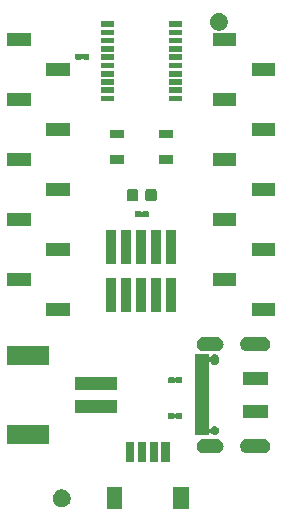
<source format=gbr>
G04 #@! TF.GenerationSoftware,KiCad,Pcbnew,(5.1.5-0-10_14)*
G04 #@! TF.CreationDate,2021-01-28T10:40:12+01:00*
G04 #@! TF.ProjectId,s1-popout-board,73312d70-6f70-46f7-9574-2d626f617264,2*
G04 #@! TF.SameCoordinates,Original*
G04 #@! TF.FileFunction,Soldermask,Top*
G04 #@! TF.FilePolarity,Negative*
%FSLAX46Y46*%
G04 Gerber Fmt 4.6, Leading zero omitted, Abs format (unit mm)*
G04 Created by KiCad (PCBNEW (5.1.5-0-10_14)) date 2021-01-28 10:40:12*
%MOMM*%
%LPD*%
G04 APERTURE LIST*
%ADD10C,0.100000*%
G04 APERTURE END LIST*
D10*
G36*
X110400000Y-46890000D02*
G01*
X109300000Y-46890000D01*
X109300000Y-46410000D01*
X110400000Y-46410000D01*
X110400000Y-46890000D01*
G37*
G36*
X110400000Y-47590000D02*
G01*
X109300000Y-47590000D01*
X109300000Y-47110000D01*
X110400000Y-47110000D01*
X110400000Y-47590000D01*
G37*
G36*
X110400000Y-48290000D02*
G01*
X109300000Y-48290000D01*
X109300000Y-47810000D01*
X110400000Y-47810000D01*
X110400000Y-48290000D01*
G37*
G36*
X110400000Y-48990000D02*
G01*
X109300000Y-48990000D01*
X109300000Y-48510000D01*
X110400000Y-48510000D01*
X110400000Y-48990000D01*
G37*
G36*
X110400000Y-49690000D02*
G01*
X109300000Y-49690000D01*
X109300000Y-49210000D01*
X110400000Y-49210000D01*
X110400000Y-49690000D01*
G37*
G36*
X110400000Y-50390000D02*
G01*
X109300000Y-50390000D01*
X109300000Y-49910000D01*
X110400000Y-49910000D01*
X110400000Y-50390000D01*
G37*
G36*
X110400000Y-51090000D02*
G01*
X109300000Y-51090000D01*
X109300000Y-50610000D01*
X110400000Y-50610000D01*
X110400000Y-51090000D01*
G37*
G36*
X110400000Y-51790000D02*
G01*
X109300000Y-51790000D01*
X109300000Y-51310000D01*
X110400000Y-51310000D01*
X110400000Y-51790000D01*
G37*
G36*
X110400000Y-52490000D02*
G01*
X109300000Y-52490000D01*
X109300000Y-52010000D01*
X110400000Y-52010000D01*
X110400000Y-52490000D01*
G37*
G36*
X110400000Y-53190000D02*
G01*
X109300000Y-53190000D01*
X109300000Y-52710000D01*
X110400000Y-52710000D01*
X110400000Y-53190000D01*
G37*
G36*
X104600000Y-53190000D02*
G01*
X103500000Y-53190000D01*
X103500000Y-52710000D01*
X104600000Y-52710000D01*
X104600000Y-53190000D01*
G37*
G36*
X104600000Y-52490000D02*
G01*
X103500000Y-52490000D01*
X103500000Y-52010000D01*
X104600000Y-52010000D01*
X104600000Y-52490000D01*
G37*
G36*
X104600000Y-51790000D02*
G01*
X103500000Y-51790000D01*
X103500000Y-51310000D01*
X104600000Y-51310000D01*
X104600000Y-51790000D01*
G37*
G36*
X104600000Y-51090000D02*
G01*
X103500000Y-51090000D01*
X103500000Y-50610000D01*
X104600000Y-50610000D01*
X104600000Y-51090000D01*
G37*
G36*
X104600000Y-50390000D02*
G01*
X103500000Y-50390000D01*
X103500000Y-49910000D01*
X104600000Y-49910000D01*
X104600000Y-50390000D01*
G37*
G36*
X104600000Y-49690000D02*
G01*
X103500000Y-49690000D01*
X103500000Y-49210000D01*
X104600000Y-49210000D01*
X104600000Y-49690000D01*
G37*
G36*
X104600000Y-48990000D02*
G01*
X103500000Y-48990000D01*
X103500000Y-48510000D01*
X104600000Y-48510000D01*
X104600000Y-48990000D01*
G37*
G36*
X104600000Y-48290000D02*
G01*
X103500000Y-48290000D01*
X103500000Y-47810000D01*
X104600000Y-47810000D01*
X104600000Y-48290000D01*
G37*
G36*
X104600000Y-47590000D02*
G01*
X103500000Y-47590000D01*
X103500000Y-47110000D01*
X104600000Y-47110000D01*
X104600000Y-47590000D01*
G37*
G36*
X104600000Y-46890000D02*
G01*
X103500000Y-46890000D01*
X103500000Y-46410000D01*
X104600000Y-46410000D01*
X104600000Y-46890000D01*
G37*
G36*
X110950000Y-87700000D02*
G01*
X109650000Y-87700000D01*
X109650000Y-85800000D01*
X110950000Y-85800000D01*
X110950000Y-87700000D01*
G37*
G36*
X105350000Y-87700000D02*
G01*
X104050000Y-87700000D01*
X104050000Y-85800000D01*
X105350000Y-85800000D01*
X105350000Y-87700000D01*
G37*
G36*
X100418765Y-86078821D02*
G01*
X100555257Y-86135358D01*
X100678096Y-86217436D01*
X100782564Y-86321904D01*
X100864642Y-86444743D01*
X100921179Y-86581235D01*
X100950000Y-86726130D01*
X100950000Y-86873870D01*
X100921179Y-87018765D01*
X100864642Y-87155257D01*
X100782564Y-87278096D01*
X100678096Y-87382564D01*
X100555257Y-87464642D01*
X100418765Y-87521179D01*
X100273870Y-87550000D01*
X100126130Y-87550000D01*
X99981235Y-87521179D01*
X99844743Y-87464642D01*
X99721904Y-87382564D01*
X99617436Y-87278096D01*
X99535358Y-87155257D01*
X99478821Y-87018765D01*
X99450000Y-86873870D01*
X99450000Y-86726130D01*
X99478821Y-86581235D01*
X99535358Y-86444743D01*
X99617436Y-86321904D01*
X99721904Y-86217436D01*
X99844743Y-86135358D01*
X99981235Y-86078821D01*
X100126130Y-86050000D01*
X100273870Y-86050000D01*
X100418765Y-86078821D01*
G37*
G36*
X106350000Y-83700000D02*
G01*
X105650000Y-83700000D01*
X105650000Y-82050000D01*
X106350000Y-82050000D01*
X106350000Y-83700000D01*
G37*
G36*
X107350000Y-83700000D02*
G01*
X106650000Y-83700000D01*
X106650000Y-82050000D01*
X107350000Y-82050000D01*
X107350000Y-83700000D01*
G37*
G36*
X109350000Y-83700000D02*
G01*
X108650000Y-83700000D01*
X108650000Y-82050000D01*
X109350000Y-82050000D01*
X109350000Y-83700000D01*
G37*
G36*
X108350000Y-83700000D02*
G01*
X107650000Y-83700000D01*
X107650000Y-82050000D01*
X108350000Y-82050000D01*
X108350000Y-83700000D01*
G37*
G36*
X117369305Y-81750103D02*
G01*
X117454403Y-81775918D01*
X117487872Y-81786070D01*
X117487874Y-81786071D01*
X117597143Y-81844476D01*
X117692922Y-81923080D01*
X117771526Y-82018859D01*
X117829931Y-82128128D01*
X117865899Y-82246697D01*
X117878043Y-82370002D01*
X117865899Y-82493307D01*
X117829931Y-82611876D01*
X117771526Y-82721145D01*
X117692922Y-82816924D01*
X117597143Y-82895528D01*
X117487874Y-82953933D01*
X117487872Y-82953934D01*
X117454403Y-82964086D01*
X117369305Y-82989901D01*
X117276899Y-82999002D01*
X115915101Y-82999002D01*
X115822695Y-82989901D01*
X115737597Y-82964086D01*
X115704128Y-82953934D01*
X115704126Y-82953933D01*
X115594857Y-82895528D01*
X115499078Y-82816924D01*
X115420474Y-82721145D01*
X115362069Y-82611876D01*
X115326101Y-82493307D01*
X115313957Y-82370002D01*
X115326101Y-82246697D01*
X115362069Y-82128128D01*
X115420474Y-82018859D01*
X115499078Y-81923080D01*
X115594857Y-81844476D01*
X115704126Y-81786071D01*
X115704128Y-81786070D01*
X115737597Y-81775918D01*
X115822695Y-81750103D01*
X115915101Y-81741002D01*
X117276899Y-81741002D01*
X117369305Y-81750103D01*
G37*
G36*
X113394304Y-81750103D02*
G01*
X113479402Y-81775918D01*
X113512871Y-81786070D01*
X113512873Y-81786071D01*
X113622142Y-81844476D01*
X113717921Y-81923080D01*
X113796525Y-82018859D01*
X113854930Y-82128128D01*
X113890898Y-82246697D01*
X113903042Y-82370002D01*
X113890898Y-82493307D01*
X113854930Y-82611876D01*
X113796525Y-82721145D01*
X113717921Y-82816924D01*
X113622142Y-82895528D01*
X113512873Y-82953933D01*
X113512871Y-82953934D01*
X113479402Y-82964086D01*
X113394304Y-82989901D01*
X113301898Y-82999002D01*
X112240100Y-82999002D01*
X112147694Y-82989901D01*
X112062596Y-82964086D01*
X112029127Y-82953934D01*
X112029125Y-82953933D01*
X111919856Y-82895528D01*
X111824077Y-82816924D01*
X111745473Y-82721145D01*
X111687068Y-82611876D01*
X111651100Y-82493307D01*
X111638956Y-82370002D01*
X111651100Y-82246697D01*
X111687068Y-82128128D01*
X111745473Y-82018859D01*
X111824077Y-81923080D01*
X111919856Y-81844476D01*
X112029125Y-81786071D01*
X112029127Y-81786070D01*
X112062596Y-81775918D01*
X112147694Y-81750103D01*
X112240100Y-81741002D01*
X113301898Y-81741002D01*
X113394304Y-81750103D01*
G37*
G36*
X99100000Y-82200000D02*
G01*
X95600000Y-82200000D01*
X95600000Y-80600000D01*
X99100000Y-80600000D01*
X99100000Y-82200000D01*
G37*
G36*
X113227513Y-74580427D02*
G01*
X113298200Y-74601870D01*
X113298202Y-74601871D01*
X113363345Y-74636690D01*
X113363347Y-74636692D01*
X113420449Y-74683553D01*
X113467310Y-74740654D01*
X113502132Y-74805801D01*
X113523575Y-74876488D01*
X113529001Y-74931582D01*
X113529001Y-75168419D01*
X113523575Y-75223514D01*
X113502132Y-75294201D01*
X113467310Y-75359348D01*
X113420449Y-75416449D01*
X113363348Y-75463310D01*
X113363346Y-75463311D01*
X113363345Y-75463312D01*
X113298203Y-75498131D01*
X113298201Y-75498132D01*
X113227514Y-75519575D01*
X113154001Y-75526815D01*
X113080489Y-75519575D01*
X113009802Y-75498132D01*
X113009800Y-75498131D01*
X112944658Y-75463312D01*
X112944657Y-75463311D01*
X112944655Y-75463310D01*
X112887553Y-75416449D01*
X112840692Y-75359348D01*
X112840690Y-75359346D01*
X112805871Y-75294203D01*
X112805870Y-75294201D01*
X112793943Y-75254882D01*
X112790194Y-75245833D01*
X112784749Y-75237683D01*
X112777818Y-75230752D01*
X112769668Y-75225307D01*
X112760613Y-75221556D01*
X112751000Y-75219644D01*
X112741198Y-75219644D01*
X112731585Y-75221556D01*
X112722530Y-75225307D01*
X112714380Y-75230752D01*
X112707449Y-75237683D01*
X112702004Y-75245833D01*
X112698253Y-75254888D01*
X112696341Y-75264501D01*
X112696100Y-75269402D01*
X112696100Y-76036127D01*
X112692921Y-76037826D01*
X112685344Y-76044044D01*
X112679126Y-76051621D01*
X112674506Y-76060265D01*
X112671661Y-76069645D01*
X112670700Y-76079399D01*
X112670700Y-80020602D01*
X112671661Y-80030356D01*
X112674506Y-80039736D01*
X112679126Y-80048380D01*
X112685344Y-80055957D01*
X112692921Y-80062175D01*
X112696100Y-80063874D01*
X112696100Y-80924185D01*
X112697061Y-80933939D01*
X112699906Y-80943319D01*
X112704526Y-80951963D01*
X112710744Y-80959540D01*
X112718321Y-80965758D01*
X112726965Y-80970378D01*
X112736345Y-80973223D01*
X112746099Y-80974184D01*
X112755853Y-80973223D01*
X112765233Y-80970378D01*
X112773877Y-80965758D01*
X112781454Y-80959540D01*
X112787672Y-80951963D01*
X112792292Y-80943319D01*
X112800218Y-80924185D01*
X112821680Y-80872371D01*
X112862719Y-80810952D01*
X112914952Y-80758719D01*
X112976371Y-80717680D01*
X113044617Y-80689411D01*
X113117065Y-80675000D01*
X113190935Y-80675000D01*
X113263383Y-80689411D01*
X113331629Y-80717680D01*
X113393048Y-80758719D01*
X113445281Y-80810952D01*
X113486320Y-80872371D01*
X113514589Y-80940617D01*
X113529000Y-81013066D01*
X113529000Y-81086934D01*
X113514589Y-81159383D01*
X113486320Y-81227629D01*
X113445281Y-81289048D01*
X113393048Y-81341281D01*
X113331629Y-81382320D01*
X113331628Y-81382321D01*
X113331627Y-81382321D01*
X113263383Y-81410589D01*
X113190935Y-81425000D01*
X113117065Y-81425000D01*
X113044617Y-81410589D01*
X112976373Y-81382321D01*
X112976372Y-81382321D01*
X112976371Y-81382320D01*
X112914952Y-81341281D01*
X112862719Y-81289048D01*
X112821680Y-81227629D01*
X112793411Y-81159383D01*
X112793411Y-81159382D01*
X112792292Y-81156681D01*
X112787672Y-81148037D01*
X112781454Y-81140460D01*
X112773877Y-81134242D01*
X112765233Y-81129622D01*
X112755853Y-81126777D01*
X112746099Y-81125816D01*
X112736345Y-81126777D01*
X112726965Y-81129622D01*
X112718321Y-81134242D01*
X112710744Y-81140460D01*
X112704526Y-81148037D01*
X112699906Y-81156681D01*
X112697061Y-81166061D01*
X112696100Y-81175815D01*
X112696100Y-81479400D01*
X111503900Y-81479400D01*
X111503900Y-80063874D01*
X111507079Y-80062175D01*
X111514656Y-80055957D01*
X111520874Y-80048380D01*
X111525494Y-80039736D01*
X111528339Y-80030356D01*
X111529300Y-80020602D01*
X111529300Y-76079399D01*
X111528339Y-76069645D01*
X111525494Y-76060265D01*
X111520874Y-76051621D01*
X111514656Y-76044044D01*
X111507079Y-76037826D01*
X111503900Y-76036127D01*
X111503900Y-74620601D01*
X112696100Y-74620601D01*
X112696100Y-74830601D01*
X112697061Y-74840355D01*
X112699906Y-74849735D01*
X112704526Y-74858379D01*
X112710744Y-74865956D01*
X112718321Y-74872174D01*
X112726965Y-74876794D01*
X112736345Y-74879639D01*
X112746099Y-74880600D01*
X112755853Y-74879639D01*
X112765233Y-74876794D01*
X112773877Y-74872174D01*
X112781454Y-74865956D01*
X112787672Y-74858379D01*
X112792292Y-74849735D01*
X112793941Y-74845127D01*
X112805870Y-74805802D01*
X112805872Y-74805799D01*
X112840690Y-74740657D01*
X112848403Y-74731259D01*
X112887553Y-74683553D01*
X112944654Y-74636692D01*
X112944656Y-74636691D01*
X112944657Y-74636690D01*
X113009799Y-74601871D01*
X113009801Y-74601870D01*
X113080488Y-74580427D01*
X113154001Y-74573187D01*
X113227513Y-74580427D01*
G37*
G36*
X109679460Y-79552158D02*
G01*
X109698173Y-79557835D01*
X109715424Y-79567055D01*
X109730539Y-79579461D01*
X109742945Y-79594576D01*
X109752185Y-79611864D01*
X109755905Y-79620845D01*
X109761350Y-79628995D01*
X109768281Y-79635925D01*
X109776430Y-79641371D01*
X109785486Y-79645122D01*
X109795099Y-79647034D01*
X109804900Y-79647034D01*
X109814513Y-79645122D01*
X109823569Y-79641371D01*
X109831719Y-79635926D01*
X109838649Y-79628995D01*
X109844095Y-79620846D01*
X109847815Y-79611864D01*
X109857055Y-79594576D01*
X109869461Y-79579461D01*
X109884576Y-79567055D01*
X109901827Y-79557835D01*
X109920540Y-79552158D01*
X109942453Y-79550000D01*
X110297547Y-79550000D01*
X110319460Y-79552158D01*
X110338173Y-79557835D01*
X110355424Y-79567055D01*
X110370539Y-79579461D01*
X110382945Y-79594576D01*
X110392165Y-79611827D01*
X110397842Y-79630540D01*
X110400000Y-79652453D01*
X110400000Y-79947547D01*
X110397842Y-79969460D01*
X110392165Y-79988173D01*
X110382945Y-80005424D01*
X110370539Y-80020539D01*
X110355424Y-80032945D01*
X110338173Y-80042165D01*
X110319460Y-80047842D01*
X110297547Y-80050000D01*
X109942453Y-80050000D01*
X109920540Y-80047842D01*
X109901827Y-80042165D01*
X109884576Y-80032945D01*
X109869461Y-80020539D01*
X109857055Y-80005424D01*
X109847815Y-79988136D01*
X109844095Y-79979155D01*
X109838650Y-79971005D01*
X109831719Y-79964075D01*
X109823570Y-79958629D01*
X109814514Y-79954878D01*
X109804901Y-79952966D01*
X109795100Y-79952966D01*
X109785487Y-79954878D01*
X109776431Y-79958629D01*
X109768281Y-79964074D01*
X109761351Y-79971005D01*
X109755905Y-79979154D01*
X109752185Y-79988136D01*
X109742945Y-80005424D01*
X109730539Y-80020539D01*
X109715424Y-80032945D01*
X109698173Y-80042165D01*
X109679460Y-80047842D01*
X109657547Y-80050000D01*
X109302453Y-80050000D01*
X109280540Y-80047842D01*
X109261827Y-80042165D01*
X109244576Y-80032945D01*
X109229461Y-80020539D01*
X109217055Y-80005424D01*
X109207835Y-79988173D01*
X109202158Y-79969460D01*
X109200000Y-79947547D01*
X109200000Y-79652453D01*
X109202158Y-79630540D01*
X109207835Y-79611827D01*
X109217055Y-79594576D01*
X109229461Y-79579461D01*
X109244576Y-79567055D01*
X109261827Y-79557835D01*
X109280540Y-79552158D01*
X109302453Y-79550000D01*
X109657547Y-79550000D01*
X109679460Y-79552158D01*
G37*
G36*
X117649300Y-79995300D02*
G01*
X115542700Y-79995300D01*
X115542700Y-78904700D01*
X117649300Y-78904700D01*
X117649300Y-79995300D01*
G37*
G36*
X104900000Y-79600000D02*
G01*
X101300000Y-79600000D01*
X101300000Y-78500000D01*
X104900000Y-78500000D01*
X104900000Y-79600000D01*
G37*
G36*
X104900000Y-77600000D02*
G01*
X101300000Y-77600000D01*
X101300000Y-76500000D01*
X104900000Y-76500000D01*
X104900000Y-77600000D01*
G37*
G36*
X117649300Y-77195301D02*
G01*
X115542700Y-77195301D01*
X115542700Y-76104701D01*
X117649300Y-76104701D01*
X117649300Y-77195301D01*
G37*
G36*
X109699460Y-76552158D02*
G01*
X109718173Y-76557835D01*
X109735424Y-76567055D01*
X109750539Y-76579461D01*
X109762945Y-76594576D01*
X109772185Y-76611864D01*
X109775905Y-76620845D01*
X109781350Y-76628995D01*
X109788281Y-76635925D01*
X109796430Y-76641371D01*
X109805486Y-76645122D01*
X109815099Y-76647034D01*
X109824900Y-76647034D01*
X109834513Y-76645122D01*
X109843569Y-76641371D01*
X109851719Y-76635926D01*
X109858649Y-76628995D01*
X109864095Y-76620846D01*
X109867815Y-76611864D01*
X109877055Y-76594576D01*
X109889461Y-76579461D01*
X109904576Y-76567055D01*
X109921827Y-76557835D01*
X109940540Y-76552158D01*
X109962453Y-76550000D01*
X110317547Y-76550000D01*
X110339460Y-76552158D01*
X110358173Y-76557835D01*
X110375424Y-76567055D01*
X110390539Y-76579461D01*
X110402945Y-76594576D01*
X110412165Y-76611827D01*
X110417842Y-76630540D01*
X110420000Y-76652453D01*
X110420000Y-76947547D01*
X110417842Y-76969460D01*
X110412165Y-76988173D01*
X110402945Y-77005424D01*
X110390539Y-77020539D01*
X110375424Y-77032945D01*
X110358173Y-77042165D01*
X110339460Y-77047842D01*
X110317547Y-77050000D01*
X109962453Y-77050000D01*
X109940540Y-77047842D01*
X109921827Y-77042165D01*
X109904576Y-77032945D01*
X109889461Y-77020539D01*
X109877055Y-77005424D01*
X109867815Y-76988136D01*
X109864095Y-76979155D01*
X109858650Y-76971005D01*
X109851719Y-76964075D01*
X109843570Y-76958629D01*
X109834514Y-76954878D01*
X109824901Y-76952966D01*
X109815100Y-76952966D01*
X109805487Y-76954878D01*
X109796431Y-76958629D01*
X109788281Y-76964074D01*
X109781351Y-76971005D01*
X109775905Y-76979154D01*
X109772185Y-76988136D01*
X109762945Y-77005424D01*
X109750539Y-77020539D01*
X109735424Y-77032945D01*
X109718173Y-77042165D01*
X109699460Y-77047842D01*
X109677547Y-77050000D01*
X109322453Y-77050000D01*
X109300540Y-77047842D01*
X109281827Y-77042165D01*
X109264576Y-77032945D01*
X109249461Y-77020539D01*
X109237055Y-77005424D01*
X109227835Y-76988173D01*
X109222158Y-76969460D01*
X109220000Y-76947547D01*
X109220000Y-76652453D01*
X109222158Y-76630540D01*
X109227835Y-76611827D01*
X109237055Y-76594576D01*
X109249461Y-76579461D01*
X109264576Y-76567055D01*
X109281827Y-76557835D01*
X109300540Y-76552158D01*
X109322453Y-76550000D01*
X109677547Y-76550000D01*
X109699460Y-76552158D01*
G37*
G36*
X99100000Y-75500000D02*
G01*
X95600000Y-75500000D01*
X95600000Y-73900000D01*
X99100000Y-73900000D01*
X99100000Y-75500000D01*
G37*
G36*
X113394304Y-73110500D02*
G01*
X113479402Y-73136315D01*
X113512871Y-73146467D01*
X113512873Y-73146468D01*
X113622142Y-73204873D01*
X113717921Y-73283477D01*
X113796525Y-73379256D01*
X113854930Y-73488525D01*
X113890898Y-73607094D01*
X113903042Y-73730399D01*
X113890898Y-73853704D01*
X113876854Y-73900000D01*
X113855052Y-73971873D01*
X113854930Y-73972273D01*
X113796525Y-74081542D01*
X113717921Y-74177321D01*
X113622142Y-74255925D01*
X113513621Y-74313930D01*
X113512871Y-74314331D01*
X113479402Y-74324483D01*
X113394304Y-74350298D01*
X113301898Y-74359399D01*
X112240100Y-74359399D01*
X112147694Y-74350298D01*
X112062596Y-74324483D01*
X112029127Y-74314331D01*
X112028377Y-74313930D01*
X111919856Y-74255925D01*
X111824077Y-74177321D01*
X111745473Y-74081542D01*
X111687068Y-73972273D01*
X111686947Y-73971873D01*
X111665144Y-73900000D01*
X111651100Y-73853704D01*
X111638956Y-73730399D01*
X111651100Y-73607094D01*
X111687068Y-73488525D01*
X111745473Y-73379256D01*
X111824077Y-73283477D01*
X111919856Y-73204873D01*
X112029125Y-73146468D01*
X112029127Y-73146467D01*
X112062596Y-73136315D01*
X112147694Y-73110500D01*
X112240100Y-73101399D01*
X113301898Y-73101399D01*
X113394304Y-73110500D01*
G37*
G36*
X117369305Y-73110100D02*
G01*
X117454403Y-73135915D01*
X117487872Y-73146067D01*
X117487874Y-73146068D01*
X117597143Y-73204473D01*
X117692922Y-73283077D01*
X117771526Y-73378856D01*
X117829931Y-73488125D01*
X117829932Y-73488127D01*
X117830053Y-73488527D01*
X117865899Y-73606694D01*
X117878043Y-73729999D01*
X117865899Y-73853304D01*
X117829931Y-73971873D01*
X117771526Y-74081142D01*
X117692922Y-74176921D01*
X117597143Y-74255525D01*
X117487874Y-74313930D01*
X117487872Y-74313931D01*
X117454403Y-74324083D01*
X117369305Y-74349898D01*
X117276899Y-74358999D01*
X115915101Y-74358999D01*
X115822695Y-74349898D01*
X115737597Y-74324083D01*
X115704128Y-74313931D01*
X115704126Y-74313930D01*
X115594857Y-74255525D01*
X115499078Y-74176921D01*
X115420474Y-74081142D01*
X115362069Y-73971873D01*
X115326101Y-73853304D01*
X115313957Y-73729999D01*
X115326101Y-73606694D01*
X115361947Y-73488527D01*
X115362068Y-73488127D01*
X115362069Y-73488125D01*
X115420474Y-73378856D01*
X115499078Y-73283077D01*
X115594857Y-73204473D01*
X115704126Y-73146068D01*
X115704128Y-73146067D01*
X115737597Y-73135915D01*
X115822695Y-73110100D01*
X115915101Y-73100999D01*
X117276899Y-73100999D01*
X117369305Y-73110100D01*
G37*
G36*
X100900000Y-71400000D02*
G01*
X98900000Y-71400000D01*
X98900000Y-70300000D01*
X100900000Y-70300000D01*
X100900000Y-71400000D01*
G37*
G36*
X118300000Y-71400000D02*
G01*
X116300000Y-71400000D01*
X116300000Y-70300000D01*
X118300000Y-70300000D01*
X118300000Y-71400000D01*
G37*
G36*
X104830000Y-71030000D02*
G01*
X103990000Y-71030000D01*
X103990000Y-68140000D01*
X104830000Y-68140000D01*
X104830000Y-71030000D01*
G37*
G36*
X106100000Y-71030000D02*
G01*
X105260000Y-71030000D01*
X105260000Y-68140000D01*
X106100000Y-68140000D01*
X106100000Y-71030000D01*
G37*
G36*
X107370000Y-71030000D02*
G01*
X106530000Y-71030000D01*
X106530000Y-68140000D01*
X107370000Y-68140000D01*
X107370000Y-71030000D01*
G37*
G36*
X108640000Y-71030000D02*
G01*
X107800000Y-71030000D01*
X107800000Y-68140000D01*
X108640000Y-68140000D01*
X108640000Y-71030000D01*
G37*
G36*
X109910000Y-71030000D02*
G01*
X109070000Y-71030000D01*
X109070000Y-68140000D01*
X109910000Y-68140000D01*
X109910000Y-71030000D01*
G37*
G36*
X97600000Y-68860000D02*
G01*
X95600000Y-68860000D01*
X95600000Y-67760000D01*
X97600000Y-67760000D01*
X97600000Y-68860000D01*
G37*
G36*
X115000000Y-68860000D02*
G01*
X113000000Y-68860000D01*
X113000000Y-67760000D01*
X115000000Y-67760000D01*
X115000000Y-68860000D01*
G37*
G36*
X108640000Y-66960000D02*
G01*
X107800000Y-66960000D01*
X107800000Y-64070000D01*
X108640000Y-64070000D01*
X108640000Y-66960000D01*
G37*
G36*
X109910000Y-66960000D02*
G01*
X109070000Y-66960000D01*
X109070000Y-64070000D01*
X109910000Y-64070000D01*
X109910000Y-66960000D01*
G37*
G36*
X107370000Y-66960000D02*
G01*
X106530000Y-66960000D01*
X106530000Y-64070000D01*
X107370000Y-64070000D01*
X107370000Y-66960000D01*
G37*
G36*
X104830000Y-66960000D02*
G01*
X103990000Y-66960000D01*
X103990000Y-64070000D01*
X104830000Y-64070000D01*
X104830000Y-66960000D01*
G37*
G36*
X106100000Y-66960000D02*
G01*
X105260000Y-66960000D01*
X105260000Y-64070000D01*
X106100000Y-64070000D01*
X106100000Y-66960000D01*
G37*
G36*
X100900000Y-66320000D02*
G01*
X98900000Y-66320000D01*
X98900000Y-65220000D01*
X100900000Y-65220000D01*
X100900000Y-66320000D01*
G37*
G36*
X118300000Y-66320000D02*
G01*
X116300000Y-66320000D01*
X116300000Y-65220000D01*
X118300000Y-65220000D01*
X118300000Y-66320000D01*
G37*
G36*
X97600000Y-63780000D02*
G01*
X95600000Y-63780000D01*
X95600000Y-62680000D01*
X97600000Y-62680000D01*
X97600000Y-63780000D01*
G37*
G36*
X115000000Y-63780000D02*
G01*
X113000000Y-63780000D01*
X113000000Y-62680000D01*
X115000000Y-62680000D01*
X115000000Y-63780000D01*
G37*
G36*
X106854460Y-62477158D02*
G01*
X106873173Y-62482835D01*
X106890424Y-62492055D01*
X106905539Y-62504461D01*
X106917945Y-62519576D01*
X106927185Y-62536864D01*
X106930905Y-62545845D01*
X106936350Y-62553995D01*
X106943281Y-62560925D01*
X106951430Y-62566371D01*
X106960486Y-62570122D01*
X106970099Y-62572034D01*
X106979900Y-62572034D01*
X106989513Y-62570122D01*
X106998569Y-62566371D01*
X107006719Y-62560926D01*
X107013649Y-62553995D01*
X107019095Y-62545846D01*
X107022815Y-62536864D01*
X107032055Y-62519576D01*
X107044461Y-62504461D01*
X107059576Y-62492055D01*
X107076827Y-62482835D01*
X107095540Y-62477158D01*
X107117453Y-62475000D01*
X107472547Y-62475000D01*
X107494460Y-62477158D01*
X107513173Y-62482835D01*
X107530424Y-62492055D01*
X107545539Y-62504461D01*
X107557945Y-62519576D01*
X107567165Y-62536827D01*
X107572842Y-62555540D01*
X107575000Y-62577453D01*
X107575000Y-62872547D01*
X107572842Y-62894460D01*
X107567165Y-62913173D01*
X107557945Y-62930424D01*
X107545539Y-62945539D01*
X107530424Y-62957945D01*
X107513173Y-62967165D01*
X107494460Y-62972842D01*
X107472547Y-62975000D01*
X107117453Y-62975000D01*
X107095540Y-62972842D01*
X107076827Y-62967165D01*
X107059576Y-62957945D01*
X107044461Y-62945539D01*
X107032055Y-62930424D01*
X107022815Y-62913136D01*
X107019095Y-62904155D01*
X107013650Y-62896005D01*
X107006719Y-62889075D01*
X106998570Y-62883629D01*
X106989514Y-62879878D01*
X106979901Y-62877966D01*
X106970100Y-62877966D01*
X106960487Y-62879878D01*
X106951431Y-62883629D01*
X106943281Y-62889074D01*
X106936351Y-62896005D01*
X106930905Y-62904154D01*
X106927185Y-62913136D01*
X106917945Y-62930424D01*
X106905539Y-62945539D01*
X106890424Y-62957945D01*
X106873173Y-62967165D01*
X106854460Y-62972842D01*
X106832547Y-62975000D01*
X106477453Y-62975000D01*
X106455540Y-62972842D01*
X106436827Y-62967165D01*
X106419576Y-62957945D01*
X106404461Y-62945539D01*
X106392055Y-62930424D01*
X106382835Y-62913173D01*
X106377158Y-62894460D01*
X106375000Y-62872547D01*
X106375000Y-62577453D01*
X106377158Y-62555540D01*
X106382835Y-62536827D01*
X106392055Y-62519576D01*
X106404461Y-62504461D01*
X106419576Y-62492055D01*
X106436827Y-62482835D01*
X106455540Y-62477158D01*
X106477453Y-62475000D01*
X106832547Y-62475000D01*
X106854460Y-62477158D01*
G37*
G36*
X108068879Y-60617772D02*
G01*
X108109870Y-60630206D01*
X108147645Y-60650397D01*
X108180758Y-60677574D01*
X108207935Y-60710687D01*
X108228126Y-60748462D01*
X108240560Y-60789453D01*
X108245000Y-60834536D01*
X108245000Y-61442128D01*
X108240560Y-61487211D01*
X108228126Y-61528202D01*
X108207935Y-61565977D01*
X108180758Y-61599090D01*
X108147645Y-61626267D01*
X108109870Y-61646458D01*
X108068879Y-61658892D01*
X108023796Y-61663332D01*
X107491204Y-61663332D01*
X107446121Y-61658892D01*
X107405130Y-61646458D01*
X107367355Y-61626267D01*
X107334242Y-61599090D01*
X107307065Y-61565977D01*
X107286874Y-61528202D01*
X107274440Y-61487211D01*
X107270000Y-61442128D01*
X107270000Y-60834536D01*
X107274440Y-60789453D01*
X107286874Y-60748462D01*
X107307065Y-60710687D01*
X107334242Y-60677574D01*
X107367355Y-60650397D01*
X107405130Y-60630206D01*
X107446121Y-60617772D01*
X107491204Y-60613332D01*
X108023796Y-60613332D01*
X108068879Y-60617772D01*
G37*
G36*
X106493879Y-60617772D02*
G01*
X106534870Y-60630206D01*
X106572645Y-60650397D01*
X106605758Y-60677574D01*
X106632935Y-60710687D01*
X106653126Y-60748462D01*
X106665560Y-60789453D01*
X106670000Y-60834536D01*
X106670000Y-61442128D01*
X106665560Y-61487211D01*
X106653126Y-61528202D01*
X106632935Y-61565977D01*
X106605758Y-61599090D01*
X106572645Y-61626267D01*
X106534870Y-61646458D01*
X106493879Y-61658892D01*
X106448796Y-61663332D01*
X105916204Y-61663332D01*
X105871121Y-61658892D01*
X105830130Y-61646458D01*
X105792355Y-61626267D01*
X105759242Y-61599090D01*
X105732065Y-61565977D01*
X105711874Y-61528202D01*
X105699440Y-61487211D01*
X105695000Y-61442128D01*
X105695000Y-60834536D01*
X105699440Y-60789453D01*
X105711874Y-60748462D01*
X105732065Y-60710687D01*
X105759242Y-60677574D01*
X105792355Y-60650397D01*
X105830130Y-60630206D01*
X105871121Y-60617772D01*
X105916204Y-60613332D01*
X106448796Y-60613332D01*
X106493879Y-60617772D01*
G37*
G36*
X118300000Y-61240000D02*
G01*
X116300000Y-61240000D01*
X116300000Y-60140000D01*
X118300000Y-60140000D01*
X118300000Y-61240000D01*
G37*
G36*
X100900000Y-61240000D02*
G01*
X98900000Y-61240000D01*
X98900000Y-60140000D01*
X100900000Y-60140000D01*
X100900000Y-61240000D01*
G37*
G36*
X115000000Y-58700000D02*
G01*
X113000000Y-58700000D01*
X113000000Y-57600000D01*
X115000000Y-57600000D01*
X115000000Y-58700000D01*
G37*
G36*
X97600000Y-58700000D02*
G01*
X95600000Y-58700000D01*
X95600000Y-57600000D01*
X97600000Y-57600000D01*
X97600000Y-58700000D01*
G37*
G36*
X109600000Y-58471666D02*
G01*
X108450000Y-58471666D01*
X108450000Y-57721666D01*
X109600000Y-57721666D01*
X109600000Y-58471666D01*
G37*
G36*
X105450000Y-58471666D02*
G01*
X104300000Y-58471666D01*
X104300000Y-57721666D01*
X105450000Y-57721666D01*
X105450000Y-58471666D01*
G37*
G36*
X109600000Y-56321666D02*
G01*
X108450000Y-56321666D01*
X108450000Y-55571666D01*
X109600000Y-55571666D01*
X109600000Y-56321666D01*
G37*
G36*
X105450000Y-56321666D02*
G01*
X104300000Y-56321666D01*
X104300000Y-55571666D01*
X105450000Y-55571666D01*
X105450000Y-56321666D01*
G37*
G36*
X118300000Y-56160000D02*
G01*
X116300000Y-56160000D01*
X116300000Y-55060000D01*
X118300000Y-55060000D01*
X118300000Y-56160000D01*
G37*
G36*
X100900000Y-56160000D02*
G01*
X98900000Y-56160000D01*
X98900000Y-55060000D01*
X100900000Y-55060000D01*
X100900000Y-56160000D01*
G37*
G36*
X97600000Y-53620000D02*
G01*
X95600000Y-53620000D01*
X95600000Y-52520000D01*
X97600000Y-52520000D01*
X97600000Y-53620000D01*
G37*
G36*
X115000000Y-53620000D02*
G01*
X113000000Y-53620000D01*
X113000000Y-52520000D01*
X115000000Y-52520000D01*
X115000000Y-53620000D01*
G37*
G36*
X100900000Y-51080000D02*
G01*
X98900000Y-51080000D01*
X98900000Y-49980000D01*
X100900000Y-49980000D01*
X100900000Y-51080000D01*
G37*
G36*
X118300000Y-51080000D02*
G01*
X116300000Y-51080000D01*
X116300000Y-49980000D01*
X118300000Y-49980000D01*
X118300000Y-51080000D01*
G37*
G36*
X101829460Y-49152158D02*
G01*
X101848173Y-49157835D01*
X101865424Y-49167055D01*
X101880539Y-49179461D01*
X101892945Y-49194576D01*
X101902185Y-49211864D01*
X101905905Y-49220845D01*
X101911350Y-49228995D01*
X101918281Y-49235925D01*
X101926430Y-49241371D01*
X101935486Y-49245122D01*
X101945099Y-49247034D01*
X101954900Y-49247034D01*
X101964513Y-49245122D01*
X101973569Y-49241371D01*
X101981719Y-49235926D01*
X101988649Y-49228995D01*
X101994095Y-49220846D01*
X101997815Y-49211864D01*
X102007055Y-49194576D01*
X102019461Y-49179461D01*
X102034576Y-49167055D01*
X102051827Y-49157835D01*
X102070540Y-49152158D01*
X102092453Y-49150000D01*
X102447547Y-49150000D01*
X102469460Y-49152158D01*
X102488173Y-49157835D01*
X102505424Y-49167055D01*
X102520539Y-49179461D01*
X102532945Y-49194576D01*
X102542165Y-49211827D01*
X102547842Y-49230540D01*
X102550000Y-49252453D01*
X102550000Y-49547547D01*
X102547842Y-49569460D01*
X102542165Y-49588173D01*
X102532945Y-49605424D01*
X102520539Y-49620539D01*
X102505424Y-49632945D01*
X102488173Y-49642165D01*
X102469460Y-49647842D01*
X102447547Y-49650000D01*
X102092453Y-49650000D01*
X102070540Y-49647842D01*
X102051827Y-49642165D01*
X102034576Y-49632945D01*
X102019461Y-49620539D01*
X102007055Y-49605424D01*
X101997815Y-49588136D01*
X101994095Y-49579155D01*
X101988650Y-49571005D01*
X101981719Y-49564075D01*
X101973570Y-49558629D01*
X101964514Y-49554878D01*
X101954901Y-49552966D01*
X101945100Y-49552966D01*
X101935487Y-49554878D01*
X101926431Y-49558629D01*
X101918281Y-49564074D01*
X101911351Y-49571005D01*
X101905905Y-49579154D01*
X101902185Y-49588136D01*
X101892945Y-49605424D01*
X101880539Y-49620539D01*
X101865424Y-49632945D01*
X101848173Y-49642165D01*
X101829460Y-49647842D01*
X101807547Y-49650000D01*
X101452453Y-49650000D01*
X101430540Y-49647842D01*
X101411827Y-49642165D01*
X101394576Y-49632945D01*
X101379461Y-49620539D01*
X101367055Y-49605424D01*
X101357835Y-49588173D01*
X101352158Y-49569460D01*
X101350000Y-49547547D01*
X101350000Y-49252453D01*
X101352158Y-49230540D01*
X101357835Y-49211827D01*
X101367055Y-49194576D01*
X101379461Y-49179461D01*
X101394576Y-49167055D01*
X101411827Y-49157835D01*
X101430540Y-49152158D01*
X101452453Y-49150000D01*
X101807547Y-49150000D01*
X101829460Y-49152158D01*
G37*
G36*
X115000000Y-48540000D02*
G01*
X113000000Y-48540000D01*
X113000000Y-47440000D01*
X115000000Y-47440000D01*
X115000000Y-48540000D01*
G37*
G36*
X97600000Y-48540000D02*
G01*
X95600000Y-48540000D01*
X95600000Y-47440000D01*
X97600000Y-47440000D01*
X97600000Y-48540000D01*
G37*
G36*
X113718765Y-45728821D02*
G01*
X113855257Y-45785358D01*
X113978096Y-45867436D01*
X114082564Y-45971904D01*
X114164642Y-46094743D01*
X114221179Y-46231235D01*
X114250000Y-46376130D01*
X114250000Y-46523870D01*
X114221179Y-46668765D01*
X114164642Y-46805257D01*
X114082564Y-46928096D01*
X113978096Y-47032564D01*
X113855257Y-47114642D01*
X113718765Y-47171179D01*
X113573870Y-47200000D01*
X113426130Y-47200000D01*
X113281235Y-47171179D01*
X113144743Y-47114642D01*
X113021904Y-47032564D01*
X112917436Y-46928096D01*
X112835358Y-46805257D01*
X112778821Y-46668765D01*
X112750000Y-46523870D01*
X112750000Y-46376130D01*
X112778821Y-46231235D01*
X112835358Y-46094743D01*
X112917436Y-45971904D01*
X113021904Y-45867436D01*
X113144743Y-45785358D01*
X113281235Y-45728821D01*
X113426130Y-45700000D01*
X113573870Y-45700000D01*
X113718765Y-45728821D01*
G37*
M02*

</source>
